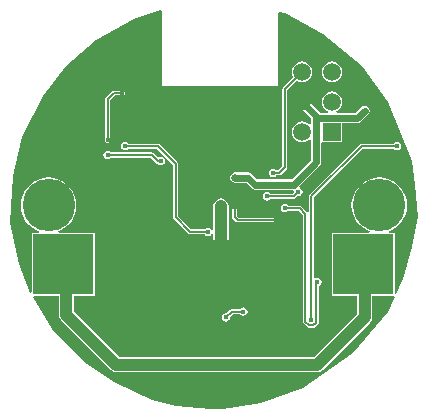
<source format=gbr>
%TF.GenerationSoftware,Altium Limited,Altium Designer,18.0.11 (651)*%
G04 Layer_Physical_Order=2*
G04 Layer_Color=16711680*
%FSLAX43Y43*%
%MOMM*%
%TF.FileFunction,Copper,L2,Bot,Signal*%
%TF.Part,Single*%
G01*
G75*
%TA.AperFunction,Conductor*%
%ADD32C,0.150*%
%ADD33C,0.200*%
%ADD34C,0.600*%
%ADD35C,1.000*%
%TA.AperFunction,ComponentPad*%
%ADD36C,4.445*%
%ADD37R,1.500X1.500*%
%ADD38C,1.500*%
%TA.AperFunction,ViaPad*%
%ADD39C,0.450*%
%ADD40C,0.660*%
%TA.AperFunction,SMDPad,CuDef*%
%ADD41R,4.064X4.064*%
%ADD42R,5.080X5.080*%
G36*
X-4430Y16483D02*
Y10090D01*
X5440D01*
Y16277D01*
X5539Y16356D01*
X6000Y16250D01*
X9250Y14500D01*
X12500Y11750D01*
X14750Y8750D01*
X16750Y3750D01*
X17000Y1750D01*
X17250Y-1000D01*
X16750Y-3500D01*
X16000Y-6250D01*
X15444Y-7473D01*
X15317Y-7446D01*
Y-2333D01*
X14840D01*
X14822Y-2206D01*
X14903Y-2181D01*
X15312Y-1963D01*
X15669Y-1669D01*
X15963Y-1312D01*
X16181Y-903D01*
X16316Y-461D01*
X16361Y0D01*
X16316Y461D01*
X16181Y903D01*
X15963Y1312D01*
X15669Y1669D01*
X15312Y1963D01*
X14903Y2181D01*
X14461Y2316D01*
X14000Y2361D01*
X13539Y2316D01*
X13097Y2181D01*
X12688Y1963D01*
X12331Y1669D01*
X12037Y1312D01*
X11819Y903D01*
X11684Y461D01*
X11639Y0D01*
X11684Y-461D01*
X11819Y-903D01*
X12037Y-1312D01*
X12331Y-1669D01*
X12688Y-1963D01*
X13097Y-2181D01*
X13178Y-2206D01*
X13160Y-2333D01*
X9983D01*
Y-7667D01*
X12111D01*
Y-9235D01*
X8485Y-12861D01*
X-7985D01*
X-11861Y-8985D01*
Y-7667D01*
X-10083D01*
Y-2333D01*
X-13160D01*
X-13178Y-2206D01*
X-13097Y-2181D01*
X-12688Y-1963D01*
X-12331Y-1669D01*
X-12037Y-1312D01*
X-11819Y-903D01*
X-11684Y-461D01*
X-11639Y0D01*
X-11684Y461D01*
X-11819Y903D01*
X-12037Y1312D01*
X-12331Y1669D01*
X-12688Y1963D01*
X-13097Y2181D01*
X-13539Y2316D01*
X-14000Y2361D01*
X-14461Y2316D01*
X-14903Y2181D01*
X-15312Y1963D01*
X-15669Y1669D01*
X-15963Y1312D01*
X-16181Y903D01*
X-16316Y461D01*
X-16361Y0D01*
X-16316Y-461D01*
X-16181Y-903D01*
X-15963Y-1312D01*
X-15669Y-1669D01*
X-15312Y-1963D01*
X-14903Y-2181D01*
X-14822Y-2206D01*
X-14840Y-2333D01*
X-15417D01*
Y-7366D01*
X-15544Y-7390D01*
X-16500Y-5000D01*
X-17250Y-1500D01*
X-17000Y2500D01*
X-16250Y5750D01*
X-14500Y9250D01*
X-12500Y11750D01*
X-10000Y14000D01*
X-6750Y15750D01*
X-4534Y16556D01*
X-4430Y16483D01*
D02*
G37*
G36*
X15298Y-7794D02*
X14750Y-9000D01*
X11750Y-12500D01*
X7500Y-15500D01*
X4000Y-16750D01*
X750Y-17250D01*
X-250D01*
X-3250Y-17000D01*
X-5250Y-16500D01*
X-8500Y-15000D01*
X-11000Y-13250D01*
X-13750Y-10500D01*
X-15338Y-7777D01*
X-15275Y-7667D01*
X-13139D01*
Y-9250D01*
X-13091Y-9495D01*
X-12952Y-9702D01*
X-8702Y-13952D01*
X-8495Y-14091D01*
X-8250Y-14139D01*
X8750D01*
X8995Y-14091D01*
X9202Y-13952D01*
X13202Y-9952D01*
X13341Y-9745D01*
X13389Y-9500D01*
Y-7667D01*
X15216D01*
X15298Y-7794D01*
D02*
G37*
%LPC*%
G36*
X10000Y12175D02*
X9771Y12144D01*
X9558Y12056D01*
X9375Y11915D01*
X9234Y11732D01*
X9146Y11519D01*
X9115Y11290D01*
X9146Y11061D01*
X9234Y10848D01*
X9375Y10665D01*
X9558Y10524D01*
X9771Y10436D01*
X10000Y10405D01*
X10229Y10436D01*
X10442Y10524D01*
X10625Y10665D01*
X10766Y10848D01*
X10854Y11061D01*
X10885Y11290D01*
X10854Y11519D01*
X10766Y11732D01*
X10625Y11915D01*
X10442Y12056D01*
X10229Y12144D01*
X10000Y12175D01*
D02*
G37*
G36*
X7460D02*
X7231Y12144D01*
X7018Y12056D01*
X6835Y11915D01*
X6694Y11732D01*
X6606Y11519D01*
X6575Y11290D01*
X6606Y11061D01*
X6694Y10848D01*
X6708Y10829D01*
X5854Y9976D01*
X5810Y9909D01*
X5794Y9830D01*
Y3335D01*
X5415Y2956D01*
X5286D01*
X5254Y3004D01*
X5137Y3082D01*
X5000Y3109D01*
X4863Y3082D01*
X4746Y3004D01*
X4668Y2887D01*
X4641Y2750D01*
X4668Y2613D01*
X4746Y2496D01*
X4863Y2418D01*
X5000Y2391D01*
X5137Y2418D01*
X5254Y2496D01*
X5286Y2544D01*
X5500D01*
X5579Y2560D01*
X5646Y2604D01*
X6146Y3104D01*
X6190Y3171D01*
X6206Y3250D01*
Y9745D01*
X6999Y10538D01*
X7018Y10524D01*
X7231Y10436D01*
X7460Y10405D01*
X7689Y10436D01*
X7902Y10524D01*
X8085Y10665D01*
X8226Y10848D01*
X8314Y11061D01*
X8345Y11290D01*
X8314Y11519D01*
X8226Y11732D01*
X8085Y11915D01*
X7902Y12056D01*
X7689Y12144D01*
X7460Y12175D01*
D02*
G37*
G36*
X10000Y9635D02*
X9771Y9604D01*
X9558Y9516D01*
X9375Y9375D01*
X9234Y9192D01*
X9146Y8979D01*
X9115Y8750D01*
X9146Y8521D01*
X9234Y8308D01*
X9375Y8125D01*
X9558Y7984D01*
X9641Y7949D01*
X9616Y7822D01*
X9003D01*
X7768Y9058D01*
X7627Y9152D01*
X7460Y9185D01*
X7293Y9152D01*
X7152Y9058D01*
X7058Y8917D01*
X7025Y8750D01*
X7058Y8583D01*
X7152Y8442D01*
X8202Y7393D01*
Y6875D01*
X8160Y6861D01*
X8075Y6844D01*
X7902Y6976D01*
X7689Y7064D01*
X7460Y7095D01*
X7231Y7064D01*
X7018Y6976D01*
X6835Y6835D01*
X6694Y6652D01*
X6606Y6439D01*
X6575Y6210D01*
X6606Y5981D01*
X6694Y5768D01*
X6835Y5585D01*
X7018Y5444D01*
X7231Y5356D01*
X7460Y5325D01*
X7689Y5356D01*
X7902Y5444D01*
X8075Y5576D01*
X8160Y5559D01*
X8202Y5545D01*
Y3817D01*
X6570Y2185D01*
X3680D01*
X3208Y2658D01*
X3067Y2752D01*
X2900Y2785D01*
X1800D01*
X1633Y2752D01*
X1492Y2658D01*
X1398Y2517D01*
X1365Y2350D01*
X1398Y2183D01*
X1492Y2042D01*
X1633Y1948D01*
X1800Y1915D01*
X2720D01*
X3192Y1442D01*
X3333Y1348D01*
X3500Y1315D01*
X6696D01*
X6788Y1225D01*
X6801Y1195D01*
X6792Y1151D01*
X6804Y1095D01*
X6665Y956D01*
X4786D01*
X4754Y1004D01*
X4637Y1082D01*
X4500Y1109D01*
X4363Y1082D01*
X4246Y1004D01*
X4168Y887D01*
X4141Y750D01*
X4168Y613D01*
X4246Y496D01*
X4363Y418D01*
X4500Y391D01*
X4637Y418D01*
X4754Y496D01*
X4786Y544D01*
X6750D01*
X6829Y560D01*
X6896Y604D01*
X7095Y804D01*
X7151Y792D01*
X7289Y820D01*
X7405Y898D01*
X7483Y1014D01*
X7510Y1151D01*
X7483Y1289D01*
X7405Y1405D01*
X7289Y1483D01*
X7280Y1485D01*
X7238Y1622D01*
X8945Y3329D01*
X9039Y3470D01*
X9072Y3637D01*
Y5227D01*
X9123Y5333D01*
X10877D01*
Y6952D01*
X12137D01*
X12304Y6985D01*
X12445Y7079D01*
X13058Y7692D01*
X13152Y7833D01*
X13185Y8000D01*
X13152Y8167D01*
X13058Y8308D01*
X12917Y8402D01*
X12750Y8435D01*
X12583Y8402D01*
X12442Y8308D01*
X11957Y7822D01*
X10384D01*
X10359Y7949D01*
X10442Y7984D01*
X10625Y8125D01*
X10766Y8308D01*
X10854Y8521D01*
X10885Y8750D01*
X10854Y8979D01*
X10766Y9192D01*
X10625Y9375D01*
X10442Y9516D01*
X10229Y9604D01*
X10000Y9635D01*
D02*
G37*
G36*
X-7750Y9706D02*
X-8500D01*
X-8579Y9690D01*
X-8646Y9646D01*
X-9146Y9146D01*
X-9190Y9079D01*
X-9206Y9000D01*
Y5500D01*
X-9190Y5421D01*
X-9146Y5354D01*
X-9079Y5310D01*
X-9000Y5294D01*
X-8921Y5310D01*
X-8854Y5354D01*
X-8810Y5421D01*
X-8794Y5500D01*
Y8915D01*
X-8415Y9294D01*
X-7750D01*
X-7671Y9310D01*
X-7604Y9354D01*
X-7560Y9421D01*
X-7544Y9500D01*
X-7560Y9579D01*
X-7604Y9646D01*
X-7671Y9690D01*
X-7750Y9706D01*
D02*
G37*
G36*
X15500Y5359D02*
X15363Y5332D01*
X15246Y5254D01*
X15214Y5206D01*
X12500D01*
X12421Y5190D01*
X12354Y5146D01*
X8104Y896D01*
X8060Y829D01*
X8044Y750D01*
Y-598D01*
X7917Y-636D01*
X7896Y-604D01*
X7396Y-104D01*
X7329Y-60D01*
X7250Y-44D01*
X6286D01*
X6254Y4D01*
X6137Y82D01*
X6000Y109D01*
X5863Y82D01*
X5746Y4D01*
X5668Y-113D01*
X5641Y-250D01*
X5668Y-387D01*
X5746Y-504D01*
X5863Y-582D01*
X6000Y-609D01*
X6137Y-582D01*
X6254Y-504D01*
X6286Y-456D01*
X7165D01*
X7544Y-835D01*
Y-9854D01*
X7560Y-9933D01*
X7604Y-10000D01*
X7927Y-10323D01*
X7994Y-10367D01*
X8073Y-10383D01*
X8427D01*
X8506Y-10367D01*
X8573Y-10323D01*
X8823Y-10073D01*
X8867Y-10006D01*
X8883Y-9927D01*
Y-6832D01*
X8887Y-6832D01*
X9004Y-6754D01*
X9082Y-6637D01*
X9109Y-6500D01*
X9082Y-6363D01*
X9004Y-6246D01*
X8887Y-6168D01*
X8750Y-6141D01*
X8613Y-6168D01*
X8583Y-6188D01*
X8456Y-6120D01*
Y665D01*
X12585Y4794D01*
X15214D01*
X15246Y4746D01*
X15363Y4668D01*
X15500Y4641D01*
X15637Y4668D01*
X15754Y4746D01*
X15832Y4863D01*
X15859Y5000D01*
X15832Y5137D01*
X15754Y5254D01*
X15637Y5332D01*
X15500Y5359D01*
D02*
G37*
G36*
X-9000Y4609D02*
X-9137Y4582D01*
X-9254Y4504D01*
X-9332Y4387D01*
X-9359Y4250D01*
X-9332Y4113D01*
X-9254Y3996D01*
X-9137Y3918D01*
X-9000Y3891D01*
X-8863Y3918D01*
X-8746Y3996D01*
X-8731Y4019D01*
X-5346D01*
X-4914Y3586D01*
X-4839Y3536D01*
X-4772Y3523D01*
X-4754Y3496D01*
X-4637Y3418D01*
X-4500Y3391D01*
X-4363Y3418D01*
X-4246Y3496D01*
X-4168Y3613D01*
X-4141Y3750D01*
X-4168Y3887D01*
X-4246Y4004D01*
X-4363Y4082D01*
X-4500Y4109D01*
X-4637Y4082D01*
X-4707Y4035D01*
X-5086Y4414D01*
X-5161Y4464D01*
X-5250Y4481D01*
X-8731D01*
X-8746Y4504D01*
X-8863Y4582D01*
X-9000Y4609D01*
D02*
G37*
G36*
X1800Y156D02*
X1721Y140D01*
X1654Y96D01*
X1604Y46D01*
X1560Y-21D01*
X1544Y-100D01*
Y-1000D01*
X1560Y-1079D01*
X1604Y-1146D01*
X1854Y-1396D01*
X1921Y-1440D01*
X2000Y-1456D01*
X5250D01*
X5329Y-1440D01*
X5396Y-1396D01*
X5440Y-1329D01*
X5456Y-1250D01*
X5440Y-1171D01*
X5396Y-1104D01*
X5329Y-1060D01*
X5250Y-1044D01*
X2085D01*
X1956Y-915D01*
Y-180D01*
X1990Y-129D01*
X2006Y-50D01*
X1990Y29D01*
X1946Y96D01*
X1879Y140D01*
X1800Y156D01*
D02*
G37*
G36*
X-7500Y5359D02*
X-7637Y5332D01*
X-7754Y5254D01*
X-7832Y5137D01*
X-7859Y5000D01*
X-7832Y4863D01*
X-7754Y4746D01*
X-7637Y4668D01*
X-7500Y4641D01*
X-7363Y4668D01*
X-7246Y4746D01*
X-7214Y4794D01*
X-4835D01*
X-3456Y3415D01*
Y-1000D01*
X-3440Y-1079D01*
X-3396Y-1146D01*
X-2146Y-2396D01*
X-2079Y-2440D01*
X-2000Y-2456D01*
X-2000Y-2456D01*
X-786D01*
X-754Y-2504D01*
X-637Y-2582D01*
X-500Y-2609D01*
X-363Y-2582D01*
X-246Y-2504D01*
X-168Y-2387D01*
X-166Y-2377D01*
X-39Y-2389D01*
Y-4185D01*
X-402Y-4548D01*
X-541Y-4755D01*
X-589Y-5000D01*
X-541Y-5245D01*
X-402Y-5452D01*
X-195Y-5591D01*
X50Y-5639D01*
X295Y-5591D01*
X502Y-5452D01*
X1052Y-4902D01*
X1191Y-4695D01*
X1239Y-4450D01*
Y-50D01*
X1191Y195D01*
X1052Y402D01*
X845Y541D01*
X600Y589D01*
X355Y541D01*
X148Y402D01*
X9Y195D01*
X-39Y-50D01*
Y-2111D01*
X-166Y-2123D01*
X-168Y-2113D01*
X-246Y-1996D01*
X-363Y-1918D01*
X-500Y-1891D01*
X-637Y-1918D01*
X-754Y-1996D01*
X-786Y-2044D01*
X-1915D01*
X-3044Y-915D01*
Y3500D01*
X-3060Y3579D01*
X-3104Y3646D01*
X-4604Y5146D01*
X-4671Y5190D01*
X-4750Y5206D01*
X-7214D01*
X-7246Y5254D01*
X-7363Y5332D01*
X-7500Y5359D01*
D02*
G37*
G36*
X2500Y-8641D02*
X2363Y-8668D01*
X2246Y-8746D01*
X2231Y-8769D01*
X1500D01*
X1411Y-8786D01*
X1336Y-8836D01*
X1026Y-9146D01*
X1000Y-9141D01*
X863Y-9168D01*
X746Y-9246D01*
X668Y-9363D01*
X641Y-9500D01*
X668Y-9637D01*
X746Y-9754D01*
X863Y-9832D01*
X1000Y-9859D01*
X1137Y-9832D01*
X1254Y-9754D01*
X1332Y-9637D01*
X1359Y-9500D01*
X1354Y-9474D01*
X1596Y-9231D01*
X2231D01*
X2246Y-9254D01*
X2363Y-9332D01*
X2500Y-9359D01*
X2637Y-9332D01*
X2754Y-9254D01*
X2832Y-9137D01*
X2859Y-9000D01*
X2832Y-8863D01*
X2754Y-8746D01*
X2637Y-8668D01*
X2500Y-8641D01*
D02*
G37*
%LPD*%
D32*
X-2000Y-2250D02*
X-500D01*
X1750Y-100D02*
X1800Y-50D01*
X1750Y-1000D02*
Y-100D01*
Y-1000D02*
X2000Y-1250D01*
X5250D01*
X-8500Y9500D02*
X-7750D01*
X-9000Y9000D02*
X-8500Y9500D01*
X-9000Y5500D02*
Y9000D01*
X7750Y-9854D02*
Y-750D01*
X8250Y750D02*
X12500Y5000D01*
X8677Y-6573D02*
X8750Y-6500D01*
X8677Y-9927D02*
Y-6573D01*
X7750Y-9854D02*
X8073Y-10177D01*
X8427D02*
X8677Y-9927D01*
X8073Y-10177D02*
X8427D01*
X8250Y-9750D02*
Y750D01*
X6000Y-250D02*
X7250D01*
X7750Y-750D01*
X4500Y750D02*
X6750D01*
X7151Y1151D01*
X12500Y5000D02*
X15500D01*
X-3250Y-1000D02*
X-2000Y-2250D01*
X-3250Y-1000D02*
Y3500D01*
X-7500Y5000D02*
X-4750D01*
X-3250Y3500D01*
X5000Y2750D02*
X5500D01*
X6000Y3250D01*
Y9830D01*
X7460Y11290D01*
D33*
X1500Y-9000D02*
X2500D01*
X1000Y-9500D02*
X1500Y-9000D01*
X-4750Y3750D02*
X-4500D01*
X-5250Y4250D02*
X-4750Y3750D01*
X-9000Y4250D02*
X-5250D01*
D34*
X8637Y7573D02*
X8823Y7387D01*
X7460Y8750D02*
X8637Y7573D01*
Y3637D02*
Y7573D01*
X6750Y1750D02*
X8637Y3637D01*
X3500Y1750D02*
X6750D01*
X2900Y2350D02*
X3500Y1750D01*
X1800Y2350D02*
X2900D01*
X12137Y7387D02*
X12750Y8000D01*
X8823Y7387D02*
X12137D01*
D35*
X-8250Y-13500D02*
X8750D01*
X-12500Y-9250D02*
X-8250Y-13500D01*
X-12500Y-9250D02*
Y-5250D01*
X12750Y-9500D02*
Y-5000D01*
X8750Y-13500D02*
X12750Y-9500D01*
X50Y-5000D02*
X600Y-4450D01*
Y-50D01*
D36*
X14000Y0D02*
D03*
X-14000D02*
D03*
D37*
X10000Y6210D02*
D03*
D38*
X10000Y8750D02*
D03*
Y11290D02*
D03*
X7460Y6210D02*
D03*
X7460Y8750D02*
D03*
X7460Y11290D02*
D03*
D39*
X-500Y-2250D02*
D03*
X-5250Y5750D02*
D03*
X-6750Y-2750D02*
D03*
X-6000Y-4750D02*
D03*
X8250Y-9750D02*
D03*
X-7750Y9500D02*
D03*
X-3500Y9250D02*
D03*
X5250Y-1250D02*
D03*
X8750D02*
D03*
X6000Y-250D02*
D03*
X4500Y750D02*
D03*
X8750Y-6500D02*
D03*
X15500Y5000D02*
D03*
X-7500D02*
D03*
X12750Y8000D02*
D03*
X-9000Y5500D02*
D03*
X5000Y2750D02*
D03*
X7151Y1151D02*
D03*
X2500Y-9000D02*
D03*
X1000Y-9500D02*
D03*
X-9000Y4250D02*
D03*
X-4500Y3750D02*
D03*
X-12500Y-4250D02*
D03*
Y-5250D02*
D03*
D40*
X1800Y3550D02*
D03*
Y2350D02*
D03*
Y1150D02*
D03*
Y-50D02*
D03*
X600Y3550D02*
D03*
Y2350D02*
D03*
Y1150D02*
D03*
Y-50D02*
D03*
X-600Y3550D02*
D03*
Y2350D02*
D03*
Y1150D02*
D03*
Y-50D02*
D03*
X-1800Y3550D02*
D03*
Y2350D02*
D03*
Y1150D02*
D03*
Y-50D02*
D03*
D41*
X-50Y-5000D02*
D03*
D42*
X-12750D02*
D03*
X12650D02*
D03*
%TF.MD5,ed6e51aa6cc74d659cd375c807f6ebf7*%
M02*

</source>
